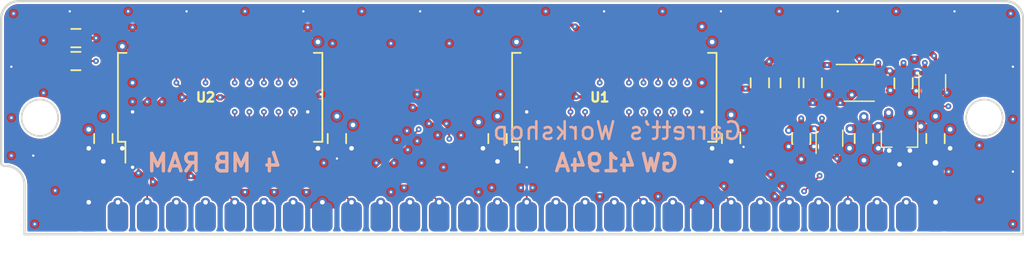
<source format=kicad_pcb>
(kicad_pcb (version 20171130) (host pcbnew "(5.1.10-1-10_14)")
  (layers (0 F.Cu signal) (1 In1.Cu power) (2 In2.Cu signal) (31 B.Cu power) (34 B.Paste user) (35 F.Paste user) (36 B.SilkS user) (37 F.SilkS user) (38 B.Mask user) (39 F.Mask user) (44 Edge.Cuts user))
  (net 0 "")
  (net 1 +5V)
  (net 2 /D0)
  (net 3 /D1)
  (net 4 /~WE~)
  (net 5 /~RAS~)
  (net 6 /~CAS~)
  (net 7 /D2)
  (net 8 /D3)
  (net 9 GND)
  (net 10 /D4)
  (net 11 /D5)
  (net 12 /D6)
  (net 13 /A11)
  (net 14 /D7)
  (net 15 /QP)
  (net 16 /~CASP~)
  (net 17 /DP)
  (net 18 /1A0)
  (net 19 /1A1)
  (net 20 /1A2)
  (net 21 /1A3)
  (net 22 /1A4)
  (net 23 /1A5)
  (net 24 /1A6)
  (net 25 /1A7)
  (net 26 /1A8)
  (net 27 /1A10)
  (net 28 /1A9)
  (net 29 /~RWE~)
  (net 30 /~OE~)
  (net 31 /~WEE~)
  (net 32 "Net-(U4-Pad5)")
  (net 33 +3V3)
  (net 34 "Net-(R3-Pad2)")
  (net 35 "Net-(R4-Pad2)")
  (net 36 "Net-(C9-Pad1)")
  (module stdpads:R_0805 (layer F.Cu) (at 142.2 88.4 90)
    (fp_text reference R4)
    (fp_text value 33)
    (pad 2 smd roundrect (at 0.95 0 90) (size 0.85 1.4) (layers F.Cu F.Paste F.Mask) (net 35 "Net-(R4-Pad2)"))
    (pad 1 smd roundrect (at -0.95 0 90) (size 0.85 1.4) (layers F.Cu F.Paste F.Mask) (net 29 /~RWE~))
  )
  (module stdpads:C_0805 (layer F.Cu) (at 145.8 93.25 270)
    (fp_text reference C6)
    (fp_text value 100n)
    (pad 2 smd roundrect (at 0.85 0 270) (size 1.05 1.4) (layers F.Cu F.Paste F.Mask) (net 9 GND))
    (pad 1 smd roundrect (at -0.85 0 270) (size 1.05 1.4) (layers F.Cu F.Paste F.Mask) (net 33 +3V3))
  )
  (module stdpads:C_0805 (layer F.Cu) (at 151.25 93.25 270)
    (fp_text reference C7 hide)
    (fp_text value 100n hide)
    (pad 1 smd roundrect (at -0.85 0 270) (size 1.05 1.4) (layers F.Cu F.Paste F.Mask) (net 33 +3V3))
    (pad 2 smd roundrect (at 0.85 0 270) (size 1.05 1.4) (layers F.Cu F.Paste F.Mask) (net 9 GND))
  )
  (module stdpads:SOP-24-26-300mil (layer F.Cu) (at 129.54 89.662 90)
    (fp_text reference U1)
    (fp_text value AS4C4M4)
    (fp_text user %R (at 0 -1.27) (layer F.SilkS) (effects (font (size 0.8128 0.8128) (thickness 0.2032))))
    (pad 1 smd roundrect (at -4.45 -7.62 90) (size 2.5 0.6) (layers F.Cu F.Paste F.Mask) (net 1 +5V))
    (pad 2 smd roundrect (at -4.45 -6.35 90) (size 2.5 0.6) (layers F.Cu F.Paste F.Mask) (net 11 /D5))
    (pad 3 smd roundrect (at -4.45 -5.08 90) (size 2.5 0.6) (layers F.Cu F.Paste F.Mask) (net 14 /D7))
    (pad 4 smd roundrect (at -4.45 -3.81 90) (size 2.5 0.6) (layers F.Cu F.Paste F.Mask) (net 29 /~RWE~))
    (pad 5 smd roundrect (at -4.45 -2.54 90) (size 2.5 0.6) (layers F.Cu F.Paste F.Mask) (net 5 /~RAS~))
    (pad 6 smd roundrect (at -4.45 -1.27 90) (size 2.5 0.6) (layers F.Cu F.Paste F.Mask))
    (pad 8 smd roundrect (at -4.45 1.27 90) (size 2.5 0.6) (layers F.Cu F.Paste F.Mask) (net 27 /1A10))
    (pad 9 smd roundrect (at -4.45 2.54 90) (size 2.5 0.6) (layers F.Cu F.Paste F.Mask) (net 18 /1A0))
    (pad 10 smd roundrect (at -4.45 3.81 90) (size 2.5 0.6) (layers F.Cu F.Paste F.Mask) (net 19 /1A1))
    (pad 11 smd roundrect (at -4.45 5.08 90) (size 2.5 0.6) (layers F.Cu F.Paste F.Mask) (net 20 /1A2))
    (pad 12 smd roundrect (at -4.45 6.35 90) (size 2.5 0.6) (layers F.Cu F.Paste F.Mask) (net 21 /1A3))
    (pad 13 smd roundrect (at -4.45 7.62 90) (size 2.5 0.6) (layers F.Cu F.Paste F.Mask) (net 1 +5V))
    (pad 14 smd roundrect (at 4.45 7.62 90) (size 2.5 0.6) (layers F.Cu F.Paste F.Mask) (net 9 GND))
    (pad 15 smd roundrect (at 4.45 6.35 90) (size 2.5 0.6) (layers F.Cu F.Paste F.Mask) (net 22 /1A4))
    (pad 16 smd roundrect (at 4.45 5.08 90) (size 2.5 0.6) (layers F.Cu F.Paste F.Mask) (net 23 /1A5))
    (pad 17 smd roundrect (at 4.45 3.81 90) (size 2.5 0.6) (layers F.Cu F.Paste F.Mask) (net 24 /1A6))
    (pad 18 smd roundrect (at 4.45 2.54 90) (size 2.5 0.6) (layers F.Cu F.Paste F.Mask) (net 25 /1A7))
    (pad 19 smd roundrect (at 4.45 1.27 90) (size 2.5 0.6) (layers F.Cu F.Paste F.Mask) (net 26 /1A8))
    (pad 21 smd roundrect (at 4.45 -1.27 90) (size 2.5 0.6) (layers F.Cu F.Paste F.Mask) (net 28 /1A9))
    (pad 22 smd roundrect (at 4.45 -2.54 90) (size 2.5 0.6) (layers F.Cu F.Paste F.Mask) (net 30 /~OE~))
    (pad 23 smd roundrect (at 4.45 -3.81 90) (size 2.5 0.6) (layers F.Cu F.Paste F.Mask) (net 6 /~CAS~))
    (pad 24 smd roundrect (at 4.45 -5.08 90) (size 2.5 0.6) (layers F.Cu F.Paste F.Mask) (net 12 /D6))
    (pad 25 smd roundrect (at 4.45 -6.35 90) (size 2.5 0.6) (layers F.Cu F.Paste F.Mask) (net 10 /D4))
    (pad 26 smd roundrect (at 4.45 -7.62 90) (size 2.5 0.6) (layers F.Cu F.Paste F.Mask) (net 9 GND))
  )
  (module stdpads:SOP-24-26-300mil (layer F.Cu) (at 95.25 89.662 90)
    (fp_text reference U2)
    (fp_text value AS4C4M4)
    (fp_text user %R (at 0 -1.27) (layer F.SilkS) (effects (font (size 0.8128 0.8128) (thickness 0.2032))))
    (pad 1 smd roundrect (at -4.45 -7.62 90) (size 2.5 0.6) (layers F.Cu F.Paste F.Mask) (net 1 +5V))
    (pad 2 smd roundrect (at -4.45 -6.35 90) (size 2.5 0.6) (layers F.Cu F.Paste F.Mask) (net 3 /D1))
    (pad 3 smd roundrect (at -4.45 -5.08 90) (size 2.5 0.6) (layers F.Cu F.Paste F.Mask) (net 8 /D3))
    (pad 4 smd roundrect (at -4.45 -3.81 90) (size 2.5 0.6) (layers F.Cu F.Paste F.Mask) (net 29 /~RWE~))
    (pad 5 smd roundrect (at -4.45 -2.54 90) (size 2.5 0.6) (layers F.Cu F.Paste F.Mask) (net 5 /~RAS~))
    (pad 6 smd roundrect (at -4.45 -1.27 90) (size 2.5 0.6) (layers F.Cu F.Paste F.Mask))
    (pad 8 smd roundrect (at -4.45 1.27 90) (size 2.5 0.6) (layers F.Cu F.Paste F.Mask) (net 21 /1A3))
    (pad 9 smd roundrect (at -4.45 2.54 90) (size 2.5 0.6) (layers F.Cu F.Paste F.Mask) (net 20 /1A2))
    (pad 10 smd roundrect (at -4.45 3.81 90) (size 2.5 0.6) (layers F.Cu F.Paste F.Mask) (net 19 /1A1))
    (pad 11 smd roundrect (at -4.45 5.08 90) (size 2.5 0.6) (layers F.Cu F.Paste F.Mask) (net 18 /1A0))
    (pad 12 smd roundrect (at -4.45 6.35 90) (size 2.5 0.6) (layers F.Cu F.Paste F.Mask) (net 27 /1A10))
    (pad 13 smd roundrect (at -4.45 7.62 90) (size 2.5 0.6) (layers F.Cu F.Paste F.Mask) (net 1 +5V))
    (pad 14 smd roundrect (at 4.45 7.62 90) (size 2.5 0.6) (layers F.Cu F.Paste F.Mask) (net 9 GND))
    (pad 15 smd roundrect (at 4.45 6.35 90) (size 2.5 0.6) (layers F.Cu F.Paste F.Mask) (net 28 /1A9))
    (pad 16 smd roundrect (at 4.45 5.08 90) (size 2.5 0.6) (layers F.Cu F.Paste F.Mask) (net 26 /1A8))
    (pad 17 smd roundrect (at 4.45 3.81 90) (size 2.5 0.6) (layers F.Cu F.Paste F.Mask) (net 25 /1A7))
    (pad 18 smd roundrect (at 4.45 2.54 90) (size 2.5 0.6) (layers F.Cu F.Paste F.Mask) (net 24 /1A6))
    (pad 19 smd roundrect (at 4.45 1.27 90) (size 2.5 0.6) (layers F.Cu F.Paste F.Mask) (net 23 /1A5))
    (pad 21 smd roundrect (at 4.45 -1.27 90) (size 2.5 0.6) (layers F.Cu F.Paste F.Mask) (net 22 /1A4))
    (pad 22 smd roundrect (at 4.45 -2.54 90) (size 2.5 0.6) (layers F.Cu F.Paste F.Mask) (net 30 /~OE~))
    (pad 23 smd roundrect (at 4.45 -3.81 90) (size 2.5 0.6) (layers F.Cu F.Paste F.Mask) (net 6 /~CAS~))
    (pad 24 smd roundrect (at 4.45 -5.08 90) (size 2.5 0.6) (layers F.Cu F.Paste F.Mask) (net 7 /D2))
    (pad 25 smd roundrect (at 4.45 -6.35 90) (size 2.5 0.6) (layers F.Cu F.Paste F.Mask) (net 2 /D0))
    (pad 26 smd roundrect (at 4.45 -7.62 90) (size 2.5 0.6) (layers F.Cu F.Paste F.Mask) (net 9 GND))
  )
  (module stdpads:SIMM-30_Edge (layer F.Cu) (at 120.65 99.822)
    (fp_text reference J1)
    (fp_text value DRAM-SIMM-30)
    (pad 1 smd roundrect (at -36.83 0.254) (size 1.778 2.54) (layers B.Cu B.Mask) (net 1 +5V))
    (pad 1 smd roundrect (at -36.83 0.254) (size 1.778 2.54) (layers F.Cu F.Mask) (net 1 +5V))
    (pad 2 smd roundrect (at -34.29 0.254) (size 1.778 2.54) (layers B.Cu B.Mask) (net 6 /~CAS~))
    (pad 3 smd roundrect (at -31.75 0.254) (size 1.778 2.54) (layers B.Cu B.Mask) (net 2 /D0))
    (pad 4 smd roundrect (at -29.21 0.254) (size 1.778 2.54) (layers B.Cu B.Mask) (net 22 /1A4))
    (pad 5 smd roundrect (at -26.67 0.254) (size 1.778 2.54) (layers B.Cu B.Mask) (net 21 /1A3))
    (pad 6 smd roundrect (at -24.13 0.254) (size 1.778 2.54) (layers B.Cu B.Mask) (net 3 /D1))
    (pad 7 smd roundrect (at -21.59 0.254) (size 1.778 2.54) (layers B.Cu B.Mask) (net 23 /1A5))
    (pad 8 smd roundrect (at -19.05 0.254) (size 1.778 2.54) (layers B.Cu B.Mask) (net 20 /1A2))
    (pad 9 smd roundrect (at -16.51 0.254) (size 1.778 2.54) (layers B.Cu B.Mask) (net 9 GND))
    (pad 10 smd roundrect (at -13.97 0.254) (size 1.778 2.54) (layers B.Cu B.Mask) (net 7 /D2))
    (pad 11 smd roundrect (at -11.43 0.254) (size 1.778 2.54) (layers B.Cu B.Mask) (net 24 /1A6))
    (pad 12 smd roundrect (at -8.89 0.254) (size 1.778 2.54) (layers B.Cu B.Mask) (net 19 /1A1))
    (pad 13 smd roundrect (at -6.35 0.254) (size 1.778 2.54) (layers B.Cu B.Mask) (net 8 /D3))
    (pad 14 smd roundrect (at -3.81 0.254) (size 1.778 2.54) (layers B.Cu B.Mask) (net 25 /1A7))
    (pad 15 smd roundrect (at -1.27 0.254) (size 1.778 2.54) (layers B.Cu B.Mask) (net 18 /1A0))
    (pad 16 smd roundrect (at 1.27 0.254) (size 1.778 2.54) (layers B.Cu B.Mask) (net 10 /D4))
    (pad 17 smd roundrect (at 3.81 0.254) (size 1.778 2.54) (layers B.Cu B.Mask) (net 26 /1A8))
    (pad 18 smd roundrect (at 6.35 0.254) (size 1.778 2.54) (layers B.Cu B.Mask) (net 27 /1A10))
    (pad 19 smd roundrect (at 8.89 0.254) (size 1.778 2.54) (layers B.Cu B.Mask) (net 28 /1A9))
    (pad 20 smd roundrect (at 11.43 0.254) (size 1.778 2.54) (layers B.Cu B.Mask) (net 11 /D5))
    (pad 21 smd roundrect (at 13.97 0.254) (size 1.778 2.54) (layers B.Cu B.Mask) (net 4 /~WE~))
    (pad 22 smd roundrect (at 16.51 0.254) (size 1.778 2.54) (layers B.Cu B.Mask) (net 9 GND))
    (pad 23 smd roundrect (at 19.05 0.254) (size 1.778 2.54) (layers B.Cu B.Mask) (net 12 /D6))
    (pad 24 smd roundrect (at 21.59 0.254) (size 1.778 2.54) (layers B.Cu B.Mask) (net 13 /A11))
    (pad 25 smd roundrect (at 24.13 0.254) (size 1.778 2.54) (layers B.Cu B.Mask) (net 14 /D7))
    (pad 26 smd roundrect (at 26.67 0.254) (size 1.778 2.54) (layers B.Cu B.Mask) (net 15 /QP))
    (pad 27 smd roundrect (at 29.21 0.254) (size 1.778 2.54) (layers B.Cu B.Mask) (net 5 /~RAS~))
    (pad 28 smd roundrect (at 31.75 0.254) (size 1.778 2.54) (layers B.Cu B.Mask) (net 16 /~CASP~))
    (pad 29 smd roundrect (at 34.29 0.254) (size 1.778 2.54) (layers B.Cu B.Mask) (net 17 /DP))
    (pad 30 smd roundrect (at 36.83 0.254) (size 1.778 2.54) (layers B.Cu B.Mask) (net 1 +5V))
    (pad 2 smd roundrect (at -34.29 0.254) (size 1.778 2.54) (layers F.Cu F.Mask) (net 6 /~CAS~))
    (pad 3 thru_hole circle (at -31.75 -1.016) (size 0.8 0.8) (drill 0.4) (layers *.Cu *.Mask) (net 2 /D0))
    (pad 11 smd roundrect (at -11.43 0.254) (size 1.778 2.54) (layers F.Cu F.Mask) (net 24 /1A6))
    (pad 5 smd roundrect (at -26.67 0.254) (size 1.778 2.54) (layers F.Cu F.Mask) (net 21 /1A3))
    (pad 12 smd roundrect (at -8.89 0.254) (size 1.778 2.54) (layers F.Cu F.Mask) (net 19 /1A1))
    (pad 26 smd roundrect (at 26.67 0.254) (size 1.778 2.54) (layers F.Cu F.Mask) (net 15 /QP))
    (pad 13 smd roundrect (at -6.35 0.254) (size 1.778 2.54) (layers F.Cu F.Mask) (net 8 /D3))
    (pad 14 smd roundrect (at -3.81 0.254) (size 1.778 2.54) (layers F.Cu F.Mask) (net 25 /1A7))
    (pad 4 smd roundrect (at -29.21 0.254) (size 1.778 2.54) (layers F.Cu F.Mask) (net 22 /1A4))
    (pad 29 smd roundrect (at 34.29 0.254) (size 1.778 2.54) (layers F.Cu F.Mask) (net 17 /DP))
    (pad 3 smd roundrect (at -31.75 0.254) (size 1.778 2.54) (layers F.Cu F.Mask) (net 2 /D0))
    (pad 24 smd roundrect (at 21.59 0.254) (size 1.778 2.54) (layers F.Cu F.Mask) (net 13 /A11))
    (pad 16 smd roundrect (at 1.27 0.254) (size 1.778 2.54) (layers F.Cu F.Mask) (net 10 /D4))
    (pad 20 smd roundrect (at 11.43 0.254) (size 1.778 2.54) (layers F.Cu F.Mask) (net 11 /D5))
    (pad 23 smd roundrect (at 19.05 0.254) (size 1.778 2.54) (layers F.Cu F.Mask) (net 12 /D6))
    (pad 9 smd roundrect (at -16.51 0.254) (size 1.778 2.54) (layers F.Cu F.Mask) (net 9 GND))
    (pad 18 smd roundrect (at 6.35 0.254) (size 1.778 2.54) (layers F.Cu F.Mask) (net 27 /1A10))
    (pad 21 smd roundrect (at 13.97 0.254) (size 1.778 2.54) (layers F.Cu F.Mask) (net 4 /~WE~))
    (pad 19 smd roundrect (at 8.89 0.254) (size 1.778 2.54) (layers F.Cu F.Mask) (net 28 /1A9))
    (pad 10 smd roundrect (at -13.97 0.254) (size 1.778 2.54) (layers F.Cu F.Mask) (net 7 /D2))
    (pad 22 smd roundrect (at 16.51 0.254) (size 1.778 2.54) (layers F.Cu F.Mask) (net 9 GND))
    (pad 6 smd roundrect (at -24.13 0.254) (size 1.778 2.54) (layers F.Cu F.Mask) (net 3 /D1))
    (pad 17 smd roundrect (at 3.81 0.254) (size 1.778 2.54) (layers F.Cu F.Mask) (net 26 /1A8))
    (pad 7 smd roundrect (at -21.59 0.254) (size 1.778 2.54) (layers F.Cu F.Mask) (net 23 /1A5))
    (pad 8 smd roundrect (at -19.05 0.254) (size 1.778 2.54) (layers F.Cu F.Mask) (net 20 /1A2))
    (pad 27 smd roundrect (at 29.21 0.254) (size 1.778 2.54) (layers F.Cu F.Mask) (net 5 /~RAS~))
    (pad 28 smd roundrect (at 31.75 0.254) (size 1.778 2.54) (layers F.Cu F.Mask) (net 16 /~CASP~))
    (pad 30 smd roundrect (at 36.83 0.254) (size 1.778 2.54) (layers F.Cu F.Mask) (net 1 +5V))
    (pad 15 smd roundrect (at -1.27 0.254) (size 1.778 2.54) (layers F.Cu F.Mask) (net 18 /1A0))
    (pad 25 smd roundrect (at 24.13 0.254) (size 1.778 2.54) (layers F.Cu F.Mask) (net 14 /D7))
    (pad 2 thru_hole circle (at -34.29 -1.016) (size 0.8 0.8) (drill 0.4) (layers *.Cu *.Mask) (net 6 /~CAS~))
    (pad 1 thru_hole circle (at -36.83 -1.016) (size 0.8 0.8) (drill 0.4) (layers *.Cu *.Mask) (net 1 +5V))
    (pad 5 thru_hole circle (at -26.67 -1.016) (size 0.8 0.8) (drill 0.4) (layers *.Cu *.Mask) (net 21 /1A3))
    (pad 4 thru_hole circle (at -29.21 -1.016) (size 0.8 0.8) (drill 0.4) (layers *.Cu *.Mask) (net 22 /1A4))
    (pad 6 thru_hole circle (at -24.13 -1.016) (size 0.8 0.8) (drill 0.4) (layers *.Cu *.Mask) (net 3 /D1))
    (pad 7 thru_hole circle (at -21.59 -1.016) (size 0.8 0.8) (drill 0.4) (layers *.Cu *.Mask) (net 23 /1A5))
    (pad 9 thru_hole circle (at -16.51 -1.016) (size 0.8 0.8) (drill 0.4) (layers *.Cu *.Mask) (net 9 GND))
    (pad 8 thru_hole circle (at -19.05 -1.016) (size 0.8 0.8) (drill 0.4) (layers *.Cu *.Mask) (net 20 /1A2))
    (pad 11 thru_hole circle (at -11.43 -1.016) (size 0.8 0.8) (drill 0.4) (layers *.Cu *.Mask) (net 24 /1A6))
    (pad 10 thru_hole circle (at -13.97 -1.016) (size 0.8 0.8) (drill 0.4) (layers *.Cu *.Mask) (net 7 /D2))
    (pad 12 thru_hole circle (at -8.89 -1.016) (size 0.8 0.8) (drill 0.4) (layers *.Cu *.Mask) (net 19 /1A1))
    (pad 14 thru_hole circle (at -3.81 -1.016) (size 0.8 0.8) (drill 0.4) (layers *.Cu *.Mask) (net 25 /1A7))
    (pad 13 thru_hole circle (at -6.35 -1.016) (size 0.8 0.8) (drill 0.4) (layers *.Cu *.Mask) (net 8 /D3))
    (pad 15 thru_hole circle (at -1.27 -1.016) (size 0.8 0.8) (drill 0.4) (layers *.Cu *.Mask) (net 18 /1A0))
    (pad 17 thru_hole circle (at 3.81 -1.016) (size 0.8 0.8) (drill 0.4) (layers *.Cu *.Mask) (net 26 /1A8))
    (pad 16 thru_hole circle (at 1.27 -1.016) (size 0.8 0.8) (drill 0.4) (layers *.Cu *.Mask) (net 10 /D4))
    (pad 18 thru_hole circle (at 6.35 -1.016) (size 0.8 0.8) (drill 0.4) (layers *.Cu *.Mask) (net 27 /1A10))
    (pad 27 thru_hole circle (at 29.21 -1.016) (size 0.8 0.8) (drill 0.4) (layers *.Cu *.Mask) (net 5 /~RAS~))
    (pad 26 thru_hole circle (at 26.67 -1.016) (size 0.8 0.8) (drill 0.4) (layers *.Cu *.Mask) (net 15 /QP))
    (pad 28 thru_hole circle (at 31.75 -1.016) (size 0.8 0.8) (drill 0.4) (layers *.Cu *.Mask) (net 16 /~CASP~))
    (pad 21 thru_hole circle (at 13.97 -1.016) (size 0.8 0.8) (drill 0.4) (layers *.Cu *.Mask) (net 4 /~WE~))
    (pad 20 thru_hole circle (at 11.43 -1.016) (size 0.8 0.8) (drill 0.4) (layers *.Cu *.Mask) (net 11 /D5))
    (pad 22 thru_hole circle (at 16.51 -1.016) (size 0.8 0.8) (drill 0.4) (layers *.Cu *.Mask) (net 9 GND))
    (pad 24 thru_hole circle (at 21.59 -1.016) (size 0.8 0.8) (drill 0.4) (layers *.Cu *.Mask) (net 13 /A11))
    (pad 23 thru_hole circle (at 19.05 -1.016) (size 0.8 0.8) (drill 0.4) (layers *.Cu *.Mask) (net 12 /D6))
    (pad 25 thru_hole circle (at 24.13 -1.016) (size 0.8 0.8) (drill 0.4) (layers *.Cu *.Mask) (net 14 /D7))
    (pad 19 thru_hole circle (at 8.89 -1.016) (size 0.8 0.8) (drill 0.4) (layers *.Cu *.Mask) (net 28 /1A9))
    (pad 29 thru_hole circle (at 34.29 -1.016) (size 0.8 0.8) (drill 0.4) (layers *.Cu *.Mask) (net 17 /DP))
    (pad 30 thru_hole circle (at 36.83 -1.016) (size 0.8 0.8) (drill 0.4) (layers *.Cu *.Mask) (net 1 +5V))
  )
  (module stdpads:C_0805 (layer F.Cu) (at 85.09 93.257 90)
    (fp_text reference C1 hide)
    (fp_text value 100n hide)
    (pad 1 smd roundrect (at -0.85 0 90) (size 1.05 1.4) (layers F.Cu F.Paste F.Mask) (net 1 +5V))
    (pad 2 smd roundrect (at 0.85 0 90) (size 1.05 1.4) (layers F.Cu F.Paste F.Mask) (net 9 GND))
  )
  (module stdpads:C_0805 (layer F.Cu) (at 105.41 93.257 90)
    (fp_text reference C2 hide)
    (fp_text value 100n hide)
    (pad 2 smd roundrect (at 0.85 0 90) (size 1.05 1.4) (layers F.Cu F.Paste F.Mask) (net 9 GND))
    (pad 1 smd roundrect (at -0.85 0 90) (size 1.05 1.4) (layers F.Cu F.Paste F.Mask) (net 1 +5V))
  )
  (module stdpads:C_0805 (layer F.Cu) (at 119.38 93.257 90)
    (fp_text reference C3 hide)
    (fp_text value 100n hide)
    (pad 1 smd roundrect (at -0.85 0 90) (size 1.05 1.4) (layers F.Cu F.Paste F.Mask) (net 1 +5V))
    (pad 2 smd roundrect (at 0.85 0 90) (size 1.05 1.4) (layers F.Cu F.Paste F.Mask) (net 9 GND))
  )
  (module stdpads:C_0805 (layer F.Cu) (at 157.48 93.257 90)
    (fp_text reference C5 hide)
    (fp_text value 100n hide)
    (pad 1 smd roundrect (at -0.85 0 90) (size 1.05 1.4) (layers F.Cu F.Paste F.Mask) (net 1 +5V))
    (pad 2 smd roundrect (at 0.85 0 90) (size 1.05 1.4) (layers F.Cu F.Paste F.Mask) (net 9 GND))
  )
  (module stdpads:C_0805 (layer F.Cu) (at 139.7 93.257 90)
    (fp_text reference C4 hide)
    (fp_text value 100n hide)
    (pad 1 smd roundrect (at -0.85 0 90) (size 1.05 1.4) (layers F.Cu F.Paste F.Mask) (net 1 +5V))
    (pad 2 smd roundrect (at 0.85 0 90) (size 1.05 1.4) (layers F.Cu F.Paste F.Mask) (net 9 GND))
  )
  (module stdpads:R_0805 (layer F.Cu) (at 82.7 86.5 180)
    (fp_text reference R1)
    (fp_text value EDO)
    (pad 2 smd roundrect (at 0.95 0 180) (size 0.85 1.4) (layers F.Cu F.Paste F.Mask) (net 30 /~OE~))
    (pad 1 smd roundrect (at -0.95 0 180) (size 0.85 1.4) (layers F.Cu F.Paste F.Mask) (net 6 /~CAS~))
  )
  (module stdpads:R_0805 (layer F.Cu) (at 82.7 84.5)
    (fp_text reference R2)
    (fp_text value FPM)
    (pad 1 smd roundrect (at -0.95 0) (size 0.85 1.4) (layers F.Cu F.Paste F.Mask) (net 30 /~OE~))
    (pad 2 smd roundrect (at 0.95 0) (size 0.85 1.4) (layers F.Cu F.Paste F.Mask) (net 9 GND))
  )
  (module stdpads:SOT-23 (layer F.Cu) (at 154.35 93.25 90)
    (fp_text reference U6)
    (fp_text value XC6206PxxxMR)
    (pad 3 smd roundrect (at -1.05 0 270) (size 1.35 0.8) (layers F.Cu F.Paste F.Mask) (net 1 +5V))
    (pad 2 smd roundrect (at 1.05 -0.95 270) (size 1.35 0.8) (layers F.Cu F.Paste F.Mask) (net 33 +3V3))
    (pad 1 smd roundrect (at 1.05 0.95 270) (size 1.35 0.8) (layers F.Cu F.Paste F.Mask) (net 9 GND))
  )
  (module stdpads:C_0805 (layer F.Cu) (at 154.7 88.4 270)
    (fp_text reference C8)
    (fp_text value 100n)
    (pad 1 smd roundrect (at -0.85 0 270) (size 1.05 1.4) (layers F.Cu F.Paste F.Mask) (net 33 +3V3))
    (pad 2 smd roundrect (at 0.85 0 270) (size 1.05 1.4) (layers F.Cu F.Paste F.Mask) (net 9 GND))
  )
  (module stdpads:C_0805 (layer F.Cu) (at 146.8 88.4 270)
    (fp_text reference C9)
    (fp_text value 18p)
    (pad 2 smd roundrect (at 0.85 0 270) (size 1.05 1.4) (layers F.Cu F.Paste F.Mask) (net 9 GND))
    (pad 1 smd roundrect (at -0.85 0 270) (size 1.05 1.4) (layers F.Cu F.Paste F.Mask) (net 36 "Net-(C9-Pad1)"))
  )
  (module stdpads:SOT-353 (layer F.Cu) (at 148.25 93.25 270)
    (fp_text reference U3)
    (fp_text value 74LVC1G04)
    (pad 5 smd roundrect (at -0.85 0.65 90) (size 1 0.4) (layers F.Cu F.Paste F.Mask) (net 33 +3V3))
    (pad 4 smd roundrect (at -0.85 -0.65 90) (size 1 0.4) (layers F.Cu F.Paste F.Mask) (net 34 "Net-(R3-Pad2)"))
    (pad 2 smd roundrect (at 0.85 0 90) (size 1 0.4) (layers F.Cu F.Paste F.Mask) (net 5 /~RAS~))
    (pad 1 smd roundrect (at 0.85 0.65 90) (size 1 0.4) (layers F.Cu F.Paste F.Mask))
    (pad 3 smd roundrect (at 0.85 -0.65 90) (size 1 0.4) (layers F.Cu F.Paste F.Mask) (net 9 GND))
  )
  (module stdpads:NXP_TSSOP-8_3x3mm_P0.65mm (layer F.Cu) (at 150.85 88.4)
    (fp_text reference U4)
    (fp_text value 74LVC1G74DC)
    (pad 1 smd roundrect (at -1.65 -1.05) (size 1.15 0.6) (layers F.Cu F.Paste F.Mask) (net 36 "Net-(C9-Pad1)"))
    (pad 2 smd roundrect (at -1.65 -0.325) (size 1.15 0.4) (layers F.Cu F.Paste F.Mask) (net 6 /~CAS~))
    (pad 3 smd roundrect (at -1.65 0.325) (size 1.15 0.4) (layers F.Cu F.Paste F.Mask) (net 31 /~WEE~))
    (pad 4 smd roundrect (at -1.65 1.05) (size 1.15 0.6) (layers F.Cu F.Paste F.Mask) (net 9 GND))
    (pad 5 smd roundrect (at 1.65 1.05) (size 1.15 0.6) (layers F.Cu F.Paste F.Mask) (net 32 "Net-(U4-Pad5)"))
    (pad 6 smd roundrect (at 1.65 0.325) (size 1.15 0.45) (layers F.Cu F.Paste F.Mask) (net 34 "Net-(R3-Pad2)"))
    (pad 7 smd roundrect (at 1.65 -0.325) (size 1.15 0.45) (layers F.Cu F.Paste F.Mask) (net 33 +3V3))
    (pad 8 smd roundrect (at 1.65 -1.05) (size 1.15 0.6) (layers F.Cu F.Paste F.Mask) (net 33 +3V3))
  )
  (module stdpads:SOT-353 (layer F.Cu) (at 157.2 88.4 270)
    (fp_text reference U5)
    (fp_text value 74LVC1G32)
    (pad 3 smd roundrect (at 0.85 -0.65 90) (size 1 0.4) (layers F.Cu F.Paste F.Mask) (net 9 GND))
    (pad 1 smd roundrect (at 0.85 0.65 90) (size 1 0.4) (layers F.Cu F.Paste F.Mask) (net 4 /~WE~))
    (pad 2 smd roundrect (at 0.85 0 90) (size 1 0.4) (layers F.Cu F.Paste F.Mask) (net 31 /~WEE~))
    (pad 4 smd roundrect (at -0.85 -0.65 90) (size 1 0.4) (layers F.Cu F.Paste F.Mask) (net 35 "Net-(R4-Pad2)"))
    (pad 5 smd roundrect (at -0.85 0.65 90) (size 1 0.4) (layers F.Cu F.Paste F.Mask) (net 33 +3V3))
  )
  (module stdpads:R_0805 (layer F.Cu) (at 144.8 88.4 270)
    (fp_text reference R3)
    (fp_text value 180)
    (pad 1 smd roundrect (at -0.95 0 270) (size 0.85 1.4) (layers F.Cu F.Paste F.Mask) (net 36 "Net-(C9-Pad1)"))
    (pad 2 smd roundrect (at 0.95 0 270) (size 0.85 1.4) (layers F.Cu F.Paste F.Mask) (net 34 "Net-(R3-Pad2)"))
  )
  (gr_text "Garrett’s Workshop" (at 129.794 92.583) (layer B.SilkS) (effects (font (size 1.524 1.524) (thickness 0.225)) (justify mirror)))
  (gr_arc (start 76.454 95.377) (end 76.2 95.377) (angle -90) (layer Edge.Cuts) (width 0.2))
  (gr_arc (start 77.724 82.804) (end 77.724 81.28) (angle -90) (layer Edge.Cuts) (width 0.2))
  (gr_arc (start 163.576 82.804) (end 165.1 82.804) (angle -90) (layer Edge.Cuts) (width 0.2))
  (gr_text 4194A (at 127.889 95.377) (layer B.SilkS) (effects (font (size 1.5 1.5) (thickness 0.3)) (justify mirror)))
  (gr_text GW (at 133.477 95.377) (layer B.SilkS) (effects (font (size 1.5 1.5) (thickness 0.3)) (justify mirror)))
  (gr_text "4 MB RAM" (at 94.742 95.377) (layer B.SilkS) (effects (font (size 1.524 1.524) (thickness 0.3)) (justify mirror)))
  (gr_line (start 76.581 95.631) (end 76.454 95.631) (layer Edge.Cuts) (width 0.2))
  (gr_line (start 78.232 101.6) (end 78.232 97.282) (layer Edge.Cuts) (width 0.2))
  (gr_circle (center 79.5655 91.44) (end 77.978 91.44) (layer Edge.Cuts) (width 0.15))
  (gr_circle (center 161.7345 91.44) (end 163.322 91.44) (layer Edge.Cuts) (width 0.15))
  (gr_line (start 76.2 95.377) (end 76.2 82.804) (layer Edge.Cuts) (width 0.2))
  (gr_arc (start 76.581 97.282) (end 78.232 97.282) (angle -90) (layer Edge.Cuts) (width 0.2))
  (gr_line (start 165.1 82.804) (end 165.1 101.6) (layer Edge.Cuts) (width 0.2))
  (gr_line (start 77.724 81.28) (end 163.576 81.28) (layer Edge.Cuts) (width 0.2))
  (gr_line (start 165.1 101.6) (end 78.232 101.6) (layer Edge.Cuts) (width 0.2))
  (via (at 86.741 94.107) (size 0.8) (drill 0.4) (layers F.Cu B.Cu) (net 1))
  (segment (start 87.625 94.107) (end 87.63 94.112) (width 0.508) (layer F.Cu) (net 1))
  (segment (start 86.741 94.107) (end 87.625 94.107) (width 0.508) (layer F.Cu) (net 1))
  (via (at 121.031 94.107) (size 0.8) (drill 0.4) (layers F.Cu B.Cu) (net 1))
  (via (at 138.049 94.107) (size 0.8) (drill 0.4) (layers F.Cu B.Cu) (net 1))
  (segment (start 102.875 94.107) (end 102.87 94.112) (width 0.508) (layer F.Cu) (net 1))
  (segment (start 121.915 94.107) (end 121.92 94.112) (width 0.508) (layer F.Cu) (net 1))
  (segment (start 121.031 94.107) (end 121.915 94.107) (width 0.508) (layer F.Cu) (net 1))
  (segment (start 137.165 94.107) (end 137.16 94.112) (width 0.508) (layer F.Cu) (net 1))
  (segment (start 138.049 94.107) (end 137.165 94.107) (width 0.508) (layer F.Cu) (net 1))
  (segment (start 85.09 94.107) (end 86.741 94.107) (width 0.762) (layer F.Cu) (net 1))
  (via (at 83.82 94.107) (size 0.8) (drill 0.4) (layers F.Cu B.Cu) (net 1))
  (segment (start 85.09 94.107) (end 83.82 94.107) (width 0.762) (layer F.Cu) (net 1))
  (via (at 85.09 95.25) (size 0.8) (drill 0.4) (layers F.Cu B.Cu) (net 1))
  (segment (start 85.09 94.107) (end 85.09 95.25) (width 0.762) (layer F.Cu) (net 1))
  (segment (start 103.759 94.107) (end 102.875 94.107) (width 0.508) (layer F.Cu) (net 1))
  (via (at 103.759 94.107) (size 0.8) (drill 0.4) (layers F.Cu B.Cu) (net 1))
  (via (at 106.68 94.107) (size 0.8) (drill 0.4) (layers F.Cu B.Cu) (net 1))
  (segment (start 105.41 94.107) (end 106.68 94.107) (width 0.762) (layer F.Cu) (net 1))
  (segment (start 105.41 94.107) (end 103.759 94.107) (width 0.762) (layer F.Cu) (net 1))
  (via (at 118.11 94.107) (size 0.8) (drill 0.4) (layers F.Cu B.Cu) (net 1))
  (segment (start 119.38 94.107) (end 118.11 94.107) (width 0.762) (layer F.Cu) (net 1))
  (segment (start 119.38 94.107) (end 121.031 94.107) (width 0.762) (layer F.Cu) (net 1))
  (via (at 119.38 95.25) (size 0.8) (drill 0.4) (layers F.Cu B.Cu) (net 1))
  (segment (start 119.38 94.107) (end 119.38 95.25) (width 0.762) (layer F.Cu) (net 1))
  (via (at 105.41 94.996) (size 0.508) (drill 0.2) (layers F.Cu B.Cu) (net 1))
  (segment (start 105.41 94.107) (end 105.41 94.996) (width 0.508) (layer F.Cu) (net 1))
  (segment (start 139.7 94.107) (end 138.049 94.107) (width 0.762) (layer F.Cu) (net 1))
  (via (at 139.7 95.25) (size 0.8) (drill 0.4) (layers F.Cu B.Cu) (net 1))
  (segment (start 139.7 94.107) (end 139.7 95.25) (width 0.762) (layer F.Cu) (net 1))
  (segment (start 157.48 98.806) (end 157.48 95.377) (width 1.27) (layer F.Cu) (net 1))
  (segment (start 157.48 95.377) (end 157.48 94.107) (width 0.762) (layer F.Cu) (net 1))
  (via (at 158.75 94.107) (size 0.8) (drill 0.4) (layers F.Cu B.Cu) (net 1))
  (segment (start 157.48 94.107) (end 158.75 94.107) (width 0.8) (layer F.Cu) (net 1))
  (via (at 157.48 95.377) (size 1) (drill 0.5) (layers F.Cu B.Cu) (net 1))
  (via (at 140.7795 93.98) (size 0.508) (drill 0.2) (layers F.Cu B.Cu) (net 1))
  (segment (start 140.6525 94.107) (end 140.7795 93.98) (width 0.508) (layer F.Cu) (net 1))
  (segment (start 139.7 94.107) (end 140.6525 94.107) (width 0.508) (layer F.Cu) (net 1))
  (via (at 153.45 94.3) (size 0.8) (drill 0.4) (layers F.Cu B.Cu) (net 1))
  (segment (start 154.35 94.3) (end 153.45 94.3) (width 0.8) (layer F.Cu) (net 1))
  (segment (start 154.35 94.3) (end 155.25 94.3) (width 0.8) (layer F.Cu) (net 1))
  (via (at 155.25 94.3) (size 0.8) (drill 0.4) (layers F.Cu B.Cu) (net 1))
  (via (at 154.35 95.5) (size 0.8) (drill 0.4) (layers F.Cu B.Cu) (net 1))
  (segment (start 154.35 94.3) (end 154.35 95.5) (width 0.8) (layer F.Cu) (net 1))
  (via (at 121.92 90.932) (size 0.6) (drill 0.3) (layers F.Cu B.Cu) (net 1))
  (segment (start 121.92 94.112) (end 121.92 90.932) (width 0.6) (layer F.Cu) (net 1))
  (via (at 137.16 90.932) (size 0.6) (drill 0.3) (layers F.Cu B.Cu) (net 1))
  (segment (start 137.16 94.112) (end 137.16 90.932) (width 0.6) (layer F.Cu) (net 1))
  (via (at 121.92 95.758) (size 0.508) (drill 0.2) (layers F.Cu B.Cu) (net 1))
  (segment (start 121.92 94.112) (end 121.92 95.758) (width 0.508) (layer F.Cu) (net 1))
  (via (at 102.87 90.932) (size 0.6) (drill 0.3) (layers F.Cu B.Cu) (net 1))
  (segment (start 102.87 94.112) (end 102.87 90.932) (width 0.6) (layer F.Cu) (net 1))
  (via (at 87.63 90.932) (size 0.6) (drill 0.3) (layers F.Cu B.Cu) (net 1))
  (segment (start 87.63 94.112) (end 87.63 90.932) (width 0.6) (layer F.Cu) (net 1))
  (via (at 87.63 95.758) (size 0.6) (drill 0.3) (layers F.Cu B.Cu) (net 1))
  (segment (start 87.63 94.112) (end 87.63 95.758) (width 0.6) (layer F.Cu) (net 1))
  (via (at 159.131 82.169) (size 0.508) (drill 0.2) (layers F.Cu B.Cu) (net 1))
  (via (at 148.971 82.169) (size 0.508) (drill 0.2) (layers F.Cu B.Cu) (net 1))
  (via (at 92.329 82.169) (size 0.508) (drill 0.2) (layers F.Cu B.Cu) (net 1))
  (via (at 102.489 82.169) (size 0.508) (drill 0.2) (layers F.Cu B.Cu) (net 1))
  (via (at 138.811 82.169) (size 0.508) (drill 0.2) (layers F.Cu B.Cu) (net 1))
  (via (at 128.651 82.169) (size 0.508) (drill 0.2) (layers F.Cu B.Cu) (net 1))
  (via (at 112.649 82.169) (size 0.508) (drill 0.2) (layers F.Cu B.Cu) (net 1))
  (via (at 82.169 82.169) (size 0.508) (drill 0.2) (layers F.Cu B.Cu) (net 1))
  (via (at 77.089 86.995) (size 0.508) (drill 0.2) (layers F.Cu B.Cu) (net 1))
  (via (at 164.211 86.995) (size 0.508) (drill 0.2) (layers F.Cu B.Cu) (net 1))
  (via (at 164.211 96.139) (size 0.508) (drill 0.2) (layers F.Cu B.Cu) (net 1))
  (via (at 78.994 94.742) (size 0.508) (drill 0.2) (layers F.Cu B.Cu) (net 1))
  (segment (start 155.443 94.107) (end 155.25 94.3) (width 0.8) (layer F.Cu) (net 1))
  (segment (start 157.48 94.107) (end 155.443 94.107) (width 0.8) (layer F.Cu) (net 1))
  (segment (start 88.9 89.281) (end 88.9 85.962) (width 0.1524) (layer F.Cu) (net 2))
  (segment (start 88.265 89.916) (end 88.9 89.281) (width 0.1524) (layer F.Cu) (net 2))
  (segment (start 88.9 98.806) (end 88.9 96.266) (width 0.1524) (layer F.Cu) (net 2))
  (segment (start 88.265 95.631) (end 88.265 89.916) (width 0.1524) (layer F.Cu) (net 2))
  (segment (start 88.9 96.266) (end 88.265 95.631) (width 0.1524) (layer F.Cu) (net 2))
  (segment (start 88.9 95.758) (end 88.9 94.112) (width 0.1524) (layer F.Cu) (net 3))
  (segment (start 95.504 97.79) (end 90.932 97.79) (width 0.1524) (layer F.Cu) (net 3))
  (segment (start 96.52 98.806) (end 95.504 97.79) (width 0.1524) (layer F.Cu) (net 3))
  (segment (start 90.932 97.79) (end 88.9 95.758) (width 0.1524) (layer F.Cu) (net 3))
  (via (at 146.05 97.8535) (size 0.508) (drill 0.2) (layers F.Cu B.Cu) (net 4))
  (segment (start 156.55 89.25) (end 156.55 90.2) (width 0.1524) (layer F.Cu) (net 4))
  (via (at 158.6 90.45) (size 0.508) (drill 0.2) (layers F.Cu B.Cu) (net 4))
  (segment (start 156.8 90.45) (end 158.6 90.45) (width 0.1524) (layer F.Cu) (net 4))
  (segment (start 156.55 90.2) (end 156.8 90.45) (width 0.1524) (layer F.Cu) (net 4))
  (segment (start 146.7485 97.155) (end 146.05 97.8535) (width 0.1524) (layer F.Cu) (net 4))
  (segment (start 146.7485 97.1515) (end 146.7485 97.155) (width 0.1524) (layer F.Cu) (net 4))
  (segment (start 147.4 96.5) (end 146.7485 97.1515) (width 0.1524) (layer F.Cu) (net 4))
  (via (at 147.4 96.5) (size 0.508) (drill 0.2) (layers F.Cu B.Cu) (net 4))
  (via (at 127 90.932) (size 0.508) (drill 0.2) (layers F.Cu B.Cu) (net 5))
  (segment (start 127 94.112) (end 127 90.932) (width 0.1524) (layer F.Cu) (net 5))
  (via (at 112.522 92.456) (size 0.508) (drill 0.2) (layers F.Cu B.Cu) (net 5))
  (segment (start 92.71 95.758) (end 92.71 93.362) (width 0.1524) (layer F.Cu) (net 5))
  (segment (start 93.345 96.393) (end 92.71 95.758) (width 0.1524) (layer F.Cu) (net 5))
  (segment (start 108.585 96.393) (end 93.345 96.393) (width 0.1524) (layer F.Cu) (net 5))
  (segment (start 112.522 92.456) (end 108.585 96.393) (width 0.1524) (layer F.Cu) (net 5))
  (segment (start 149.85 100.066) (end 149.86 100.076) (width 0.1524) (layer F.Cu) (net 5))
  (segment (start 148.25 94.1) (end 148.25 95.05) (width 0.1524) (layer F.Cu) (net 5))
  (segment (start 149.86 96.66) (end 149.86 98.806) (width 0.1524) (layer F.Cu) (net 5))
  (segment (start 148.25 95.05) (end 149.86 96.66) (width 0.1524) (layer F.Cu) (net 5))
  (segment (start 91.44 88.392) (end 91.44 85.212) (width 0.1524) (layer F.Cu) (net 6))
  (via (at 91.44 88.392) (size 0.508) (drill 0.2) (layers F.Cu B.Cu) (net 6))
  (via (at 84.45 86.5) (size 0.508) (drill 0.2) (layers F.Cu B.Cu) (net 6))
  (segment (start 84.45 86.5) (end 83.65 86.5) (width 0.1524) (layer F.Cu) (net 6))
  (segment (start 92.329 89.281) (end 91.44 88.392) (width 0.1524) (layer F.Cu) (net 6))
  (segment (start 94.869 89.281) (end 92.329 89.281) (width 0.1524) (layer F.Cu) (net 6))
  (segment (start 95.504 89.154) (end 94.996 89.154) (width 0.1524) (layer F.Cu) (net 6))
  (segment (start 94.996 89.154) (end 94.869 89.281) (width 0.1524) (layer F.Cu) (net 6))
  (segment (start 95.631 89.281) (end 95.504 89.154) (width 0.1524) (layer F.Cu) (net 6))
  (segment (start 103.759 88.8365) (end 103.3145 89.281) (width 0.1524) (layer F.Cu) (net 6))
  (segment (start 125.222 83.312) (end 120.015 83.312) (width 0.1524) (layer F.Cu) (net 6))
  (segment (start 125.73 85.212) (end 125.73 83.82) (width 0.1524) (layer F.Cu) (net 6))
  (segment (start 125.73 83.82) (end 125.222 83.312) (width 0.1524) (layer F.Cu) (net 6))
  (segment (start 103.3145 89.281) (end 95.631 89.281) (width 0.1524) (layer F.Cu) (net 6))
  (segment (start 114.4905 88.8365) (end 103.759 88.8365) (width 0.1524) (layer F.Cu) (net 6))
  (segment (start 120.015 83.312) (end 114.4905 88.8365) (width 0.1524) (layer F.Cu) (net 6))
  (segment (start 125.73 88.392) (end 125.73 85.212) (width 0.1524) (layer F.Cu) (net 6))
  (segment (start 137.85 89.25) (end 126.588 89.25) (width 0.1524) (layer F.Cu) (net 6))
  (segment (start 126.588 89.25) (end 125.73 88.392) (width 0.1524) (layer F.Cu) (net 6))
  (segment (start 150.2 86.35) (end 144 86.35) (width 0.1524) (layer F.Cu) (net 6))
  (segment (start 143.5 88.05) (end 143.15 88.4) (width 0.1524) (layer F.Cu) (net 6))
  (segment (start 149.2 88.075) (end 150.225 88.075) (width 0.1524) (layer F.Cu) (net 6))
  (segment (start 143.5 86.85) (end 143.5 88.05) (width 0.1524) (layer F.Cu) (net 6))
  (segment (start 138.7 88.4) (end 137.85 89.25) (width 0.1524) (layer F.Cu) (net 6))
  (segment (start 144 86.35) (end 143.5 86.85) (width 0.1524) (layer F.Cu) (net 6))
  (segment (start 143.15 88.4) (end 138.7 88.4) (width 0.1524) (layer F.Cu) (net 6))
  (segment (start 150.5 86.65) (end 150.2 86.35) (width 0.1524) (layer F.Cu) (net 6))
  (segment (start 150.5 87.8) (end 150.5 86.65) (width 0.1524) (layer F.Cu) (net 6))
  (segment (start 150.225 88.075) (end 150.5 87.8) (width 0.1524) (layer F.Cu) (net 6))
  (segment (start 105.283 97.409) (end 106.68 98.806) (width 0.1524) (layer F.Cu) (net 7))
  (segment (start 89.535 89.916) (end 89.535 95.758) (width 0.1524) (layer F.Cu) (net 7))
  (segment (start 91.186 97.409) (end 105.283 97.409) (width 0.1524) (layer F.Cu) (net 7))
  (segment (start 89.535 95.758) (end 91.186 97.409) (width 0.1524) (layer F.Cu) (net 7))
  (segment (start 90.17 89.281) (end 89.535 89.916) (width 0.1524) (layer F.Cu) (net 7))
  (segment (start 90.17 85.212) (end 90.17 89.281) (width 0.1524) (layer F.Cu) (net 7))
  (segment (start 112.522 97.028) (end 114.3 98.806) (width 0.1524) (layer F.Cu) (net 8))
  (segment (start 91.44 97.028) (end 112.522 97.028) (width 0.1524) (layer F.Cu) (net 8))
  (segment (start 90.17 94.112) (end 90.17 95.758) (width 0.1524) (layer F.Cu) (net 8))
  (segment (start 90.17 95.758) (end 91.44 97.028) (width 0.1524) (layer F.Cu) (net 8))
  (via (at 164.211 91.567) (size 0.508) (drill 0.2) (layers F.Cu B.Cu) (net 9))
  (via (at 77.089 91.44) (size 0.508) (drill 0.2) (layers F.Cu B.Cu) (net 9))
  (via (at 121.031 84.836) (size 0.8) (drill 0.4) (layers F.Cu B.Cu) (net 9))
  (via (at 103.759 84.836) (size 0.8) (drill 0.4) (layers F.Cu B.Cu) (net 9))
  (via (at 86.741 85.217) (size 0.8) (drill 0.4) (layers F.Cu B.Cu) (net 9))
  (segment (start 86.746 85.212) (end 86.741 85.217) (width 0.508) (layer F.Cu) (net 9))
  (segment (start 87.63 85.212) (end 86.746 85.212) (width 0.508) (layer F.Cu) (net 9))
  (via (at 108.839 95.377) (size 0.508) (drill 0.2) (layers F.Cu B.Cu) (net 9))
  (via (at 104.267 95.377) (size 0.508) (drill 0.2) (layers F.Cu B.Cu) (net 9))
  (via (at 95.25 89.662) (size 0.508) (drill 0.2) (layers F.Cu B.Cu) (net 9))
  (via (at 112.395 89.408) (size 0.508) (drill 0.2) (layers F.Cu B.Cu) (net 9))
  (via (at 119.634 89.408) (size 0.508) (drill 0.2) (layers F.Cu B.Cu) (net 9))
  (segment (start 103.759 84.836) (end 102.997 84.836) (width 0.508) (layer F.Cu) (net 9))
  (segment (start 102.87 84.963) (end 102.87 85.962) (width 0.508) (layer F.Cu) (net 9))
  (segment (start 102.997 84.836) (end 102.87 84.963) (width 0.508) (layer F.Cu) (net 9))
  (segment (start 121.031 84.836) (end 121.84859 84.836) (width 0.508) (layer F.Cu) (net 9))
  (segment (start 121.92 84.90741) (end 121.92 85.962) (width 0.508) (layer F.Cu) (net 9))
  (segment (start 121.84859 84.836) (end 121.92 84.90741) (width 0.508) (layer F.Cu) (net 9))
  (via (at 92.71 96.52) (size 0.508) (drill 0.2) (layers F.Cu B.Cu) (net 9))
  (via (at 111.252 97.536) (size 0.508) (drill 0.2) (layers F.Cu B.Cu) (net 9))
  (via (at 117.729 97.917) (size 0.508) (drill 0.2) (layers F.Cu B.Cu) (net 9))
  (via (at 118.872 97.536) (size 0.508) (drill 0.2) (layers F.Cu B.Cu) (net 9))
  (via (at 139.065 97.409) (size 0.508) (drill 0.2) (layers F.Cu B.Cu) (net 9))
  (via (at 89.408 97.028) (size 0.508) (drill 0.2) (layers F.Cu B.Cu) (net 9))
  (via (at 88.138 96.266) (size 0.508) (drill 0.2) (layers F.Cu B.Cu) (net 9))
  (via (at 143.51 98.298) (size 0.508) (drill 0.2) (layers F.Cu B.Cu) (net 9))
  (via (at 114.681 95.758) (size 0.508) (drill 0.2) (layers F.Cu B.Cu) (net 9))
  (via (at 144.145 97.409) (size 0.508) (drill 0.2) (layers F.Cu B.Cu) (net 9))
  (via (at 143.129 96.393) (size 0.508) (drill 0.2) (layers F.Cu B.Cu) (net 9))
  (via (at 112.014 90.551) (size 0.508) (drill 0.2) (layers F.Cu B.Cu) (net 9))
  (via (at 88.9 90.043) (size 0.508) (drill 0.2) (layers F.Cu B.Cu) (net 9))
  (via (at 87.63 90.043) (size 0.508) (drill 0.2) (layers F.Cu B.Cu) (net 9))
  (via (at 90.17 90.043) (size 0.508) (drill 0.2) (layers F.Cu B.Cu) (net 9))
  (via (at 91.948 89.662) (size 0.508) (drill 0.2) (layers F.Cu B.Cu) (net 9))
  (via (at 126.238 89.5985) (size 0.508) (drill 0.2) (layers F.Cu B.Cu) (net 9))
  (via (at 121.412 97.536) (size 0.508) (drill 0.2) (layers F.Cu B.Cu) (net 9))
  (via (at 122.428 97.536) (size 0.508) (drill 0.2) (layers F.Cu B.Cu) (net 9))
  (via (at 77.2795 82.3595) (size 0.508) (drill 0.2) (layers F.Cu B.Cu) (net 9))
  (via (at 164.0205 82.3595) (size 0.508) (drill 0.2) (layers F.Cu B.Cu) (net 9))
  (via (at 164.211 100.711) (size 0.508) (drill 0.2) (layers F.Cu B.Cu) (net 9))
  (via (at 79.121 100.711) (size 0.508) (drill 0.2) (layers F.Cu B.Cu) (net 9))
  (via (at 77.089 94.742) (size 0.508) (drill 0.2) (layers F.Cu B.Cu) (net 9))
  (via (at 79.883 84.709) (size 0.508) (drill 0.2) (layers F.Cu B.Cu) (net 9))
  (via (at 161.29 93.853) (size 0.508) (drill 0.2) (layers F.Cu B.Cu) (net 9))
  (via (at 161.29 98.552) (size 0.508) (drill 0.2) (layers F.Cu B.Cu) (net 9))
  (via (at 80.899 97.79) (size 0.508) (drill 0.2) (layers F.Cu B.Cu) (net 9))
  (via (at 79.883 89.281) (size 0.508) (drill 0.2) (layers F.Cu B.Cu) (net 9))
  (via (at 133.35 98.298) (size 0.508) (drill 0.2) (layers F.Cu B.Cu) (net 9))
  (via (at 110.109 97.917) (size 0.508) (drill 0.2) (layers F.Cu B.Cu) (net 9))
  (via (at 102.743 97.917) (size 0.508) (drill 0.2) (layers F.Cu B.Cu) (net 9))
  (via (at 99.949 97.917) (size 0.508) (drill 0.2) (layers F.Cu B.Cu) (net 9))
  (via (at 97.409 97.917) (size 0.508) (drill 0.2) (layers F.Cu B.Cu) (net 9))
  (via (at 128.27 98.298) (size 0.508) (drill 0.2) (layers F.Cu B.Cu) (net 9))
  (via (at 158.623 96.139) (size 0.508) (drill 0.2) (layers F.Cu B.Cu) (net 9))
  (via (at 113.411 91.948) (size 0.508) (drill 0.2) (layers F.Cu B.Cu) (net 9))
  (via (at 116.205 92.964) (size 0.508) (drill 0.2) (layers F.Cu B.Cu) (net 9))
  (via (at 114.935 91.948) (size 0.508) (drill 0.2) (layers F.Cu B.Cu) (net 9))
  (via (at 114.173 92.964) (size 0.508) (drill 0.2) (layers F.Cu B.Cu) (net 9))
  (via (at 112.395 93.472) (size 0.508) (drill 0.2) (layers F.Cu B.Cu) (net 9))
  (via (at 112.776 95.377) (size 0.508) (drill 0.2) (layers F.Cu B.Cu) (net 9))
  (via (at 110.363 95.377) (size 0.508) (drill 0.2) (layers F.Cu B.Cu) (net 9))
  (via (at 111.506 92.583) (size 0.508) (drill 0.2) (layers F.Cu B.Cu) (net 9))
  (via (at 110.617 93.345) (size 0.508) (drill 0.2) (layers F.Cu B.Cu) (net 9))
  (via (at 111.5695 94.234) (size 0.508) (drill 0.2) (layers F.Cu B.Cu) (net 9))
  (via (at 83.82 92.456) (size 0.8) (drill 0.4) (layers F.Cu B.Cu) (net 9))
  (segment (start 83.869 92.407) (end 83.82 92.456) (width 0.762) (layer F.Cu) (net 9))
  (segment (start 85.09 92.407) (end 83.869 92.407) (width 0.762) (layer F.Cu) (net 9))
  (via (at 85.09 91.313) (size 0.8) (drill 0.4) (layers F.Cu B.Cu) (net 9))
  (segment (start 85.09 92.407) (end 85.09 91.313) (width 0.762) (layer F.Cu) (net 9))
  (via (at 104.013 89.408) (size 0.508) (drill 0.2) (layers F.Cu B.Cu) (net 9))
  (via (at 105.41 91.313) (size 0.8) (drill 0.4) (layers F.Cu B.Cu) (net 9))
  (segment (start 105.41 92.407) (end 105.41 91.313) (width 0.762) (layer F.Cu) (net 9))
  (via (at 119.38 91.313) (size 0.8) (drill 0.4) (layers F.Cu B.Cu) (net 9))
  (segment (start 119.38 92.407) (end 119.38 91.313) (width 0.762) (layer F.Cu) (net 9))
  (via (at 117.729 91.821) (size 0.8) (drill 0.4) (layers F.Cu B.Cu) (net 9))
  (segment (start 118.315 92.407) (end 117.729 91.821) (width 0.762) (layer F.Cu) (net 9))
  (segment (start 119.38 92.407) (end 118.315 92.407) (width 0.762) (layer F.Cu) (net 9))
  (via (at 106.807 92.075) (size 0.8) (drill 0.4) (layers F.Cu B.Cu) (net 9))
  (segment (start 106.475 92.407) (end 106.807 92.075) (width 0.762) (layer F.Cu) (net 9))
  (segment (start 105.41 92.407) (end 106.475 92.407) (width 0.762) (layer F.Cu) (net 9))
  (via (at 139.7 91.186) (size 0.8) (drill 0.4) (layers F.Cu B.Cu) (net 9))
  (segment (start 139.7 92.407) (end 139.7 91.186) (width 0.762) (layer F.Cu) (net 9))
  (via (at 158.75 92.456) (size 0.8) (drill 0.4) (layers F.Cu B.Cu) (net 9))
  (segment (start 158.701 92.407) (end 158.75 92.456) (width 0.8) (layer F.Cu) (net 9))
  (segment (start 157.48 92.407) (end 158.701 92.407) (width 0.8) (layer F.Cu) (net 9))
  (segment (start 83.65 84.5) (end 84.45 84.5) (width 0.1524) (layer F.Cu) (net 9))
  (via (at 84.45 84.5) (size 0.508) (drill 0.2) (layers F.Cu B.Cu) (net 9))
  (via (at 140.7795 92.5195) (size 0.508) (drill 0.2) (layers F.Cu B.Cu) (net 9))
  (segment (start 140.667 92.407) (end 140.7795 92.5195) (width 0.508) (layer F.Cu) (net 9))
  (segment (start 139.7 92.407) (end 140.667 92.407) (width 0.508) (layer F.Cu) (net 9))
  (via (at 87.63 88.392) (size 0.6) (drill 0.3) (layers F.Cu B.Cu) (net 9))
  (segment (start 87.63 85.212) (end 87.63 88.392) (width 0.6) (layer F.Cu) (net 9))
  (segment (start 137.16 85.212) (end 137.16 88.392) (width 0.6) (layer F.Cu) (net 9))
  (via (at 137.16 88.392) (size 0.6) (drill 0.3) (layers F.Cu B.Cu) (net 9))
  (segment (start 157.48 92.407) (end 157.48 91.313) (width 0.8) (layer F.Cu) (net 9))
  (via (at 157.48 91.313) (size 0.8) (drill 0.4) (layers F.Cu B.Cu) (net 9))
  (segment (start 155.3 92.2) (end 155.3 91) (width 0.8) (layer F.Cu) (net 9))
  (via (at 156.2 92.2) (size 0.8) (drill 0.4) (layers F.Cu B.Cu) (net 9))
  (segment (start 155.3 92.2) (end 156.2 92.2) (width 0.8) (layer F.Cu) (net 9))
  (segment (start 137.16 83.5025) (end 137.16 85.212) (width 0.6) (layer F.Cu) (net 9))
  (via (at 137.16 83.5025) (size 0.6) (drill 0.3) (layers F.Cu B.Cu) (net 9))
  (via (at 87.249 82.169) (size 0.508) (drill 0.2) (layers F.Cu B.Cu) (net 9))
  (via (at 97.409 82.169) (size 0.508) (drill 0.2) (layers F.Cu B.Cu) (net 9))
  (via (at 143.891 82.169) (size 0.508) (drill 0.2) (layers F.Cu B.Cu) (net 9))
  (via (at 133.731 82.169) (size 0.508) (drill 0.2) (layers F.Cu B.Cu) (net 9))
  (via (at 107.569 82.169) (size 0.508) (drill 0.2) (layers F.Cu B.Cu) (net 9))
  (via (at 117.729 82.169) (size 0.508) (drill 0.2) (layers F.Cu B.Cu) (net 9))
  (via (at 123.571 82.169) (size 0.508) (drill 0.2) (layers F.Cu B.Cu) (net 9))
  (via (at 110.109 84.963) (size 0.508) (drill 0.2) (layers F.Cu B.Cu) (net 9))
  (via (at 105.029 84.963) (size 0.508) (drill 0.2) (layers F.Cu B.Cu) (net 9))
  (via (at 115.189 84.963) (size 0.508) (drill 0.2) (layers F.Cu B.Cu) (net 9))
  (via (at 126.111 83.5025) (size 0.508) (drill 0.2) (layers F.Cu B.Cu) (net 9))
  (via (at 102.87 83.566) (size 0.508) (drill 0.2) (layers F.Cu B.Cu) (net 9))
  (segment (start 102.87 85.212) (end 102.87 83.566) (width 0.508) (layer F.Cu) (net 9))
  (via (at 87.63 83.566) (size 0.508) (drill 0.2) (layers F.Cu B.Cu) (net 9))
  (segment (start 87.63 85.212) (end 87.63 83.566) (width 0.508) (layer F.Cu) (net 9))
  (via (at 138.049 84.836) (size 0.8) (drill 0.4) (layers F.Cu B.Cu) (net 9))
  (segment (start 138.049 84.836) (end 137.287 84.836) (width 0.508) (layer F.Cu) (net 9))
  (segment (start 137.16 84.963) (end 137.16 85.962) (width 0.508) (layer F.Cu) (net 9))
  (segment (start 137.287 84.836) (end 137.16 84.963) (width 0.508) (layer F.Cu) (net 9))
  (via (at 148.9 95) (size 0.508) (drill 0.2) (layers F.Cu B.Cu) (net 9))
  (segment (start 148.9 94.1) (end 148.9 95) (width 0.4) (layer F.Cu) (net 9))
  (via (at 144.7 93.95) (size 0.6) (drill 0.3) (layers F.Cu B.Cu) (net 9))
  (segment (start 144.85 94.1) (end 144.7 93.95) (width 0.6) (layer F.Cu) (net 9))
  (segment (start 145.8 94.1) (end 144.85 94.1) (width 0.6) (layer F.Cu) (net 9))
  (via (at 146.9 93.95) (size 0.6) (drill 0.3) (layers F.Cu B.Cu) (net 9))
  (segment (start 146.75 94.1) (end 146.9 93.95) (width 0.6) (layer F.Cu) (net 9))
  (segment (start 145.8 94.1) (end 146.75 94.1) (width 0.6) (layer F.Cu) (net 9))
  (via (at 145.8 95.05) (size 0.6) (drill 0.3) (layers F.Cu B.Cu) (net 9))
  (segment (start 145.8 94.1) (end 145.8 95.05) (width 0.6) (layer F.Cu) (net 9))
  (via (at 150.2 89.45) (size 0.6) (drill 0.3) (layers F.Cu B.Cu) (net 9))
  (segment (start 149.2 89.45) (end 150.2 89.45) (width 0.6) (layer F.Cu) (net 9))
  (via (at 148.2 89.45) (size 0.6) (drill 0.3) (layers F.Cu B.Cu) (net 9))
  (segment (start 149.2 89.45) (end 148.2 89.45) (width 0.6) (layer F.Cu) (net 9))
  (via (at 153.55 89.05) (size 0.6) (drill 0.3) (layers F.Cu B.Cu) (net 9))
  (segment (start 153.75 89.25) (end 153.55 89.05) (width 0.6) (layer F.Cu) (net 9))
  (segment (start 154.7 89.25) (end 153.75 89.25) (width 0.6) (layer F.Cu) (net 9))
  (via (at 155.8 89.1) (size 0.6) (drill 0.3) (layers F.Cu B.Cu) (net 9))
  (segment (start 155.65 89.25) (end 155.8 89.1) (width 0.6) (layer F.Cu) (net 9))
  (segment (start 154.7 89.25) (end 155.65 89.25) (width 0.6) (layer F.Cu) (net 9))
  (via (at 154.051 82.169) (size 0.508) (drill 0.2) (layers F.Cu B.Cu) (net 9))
  (segment (start 148 89.25) (end 148.2 89.45) (width 0.6) (layer F.Cu) (net 9))
  (segment (start 146.8 89.25) (end 148 89.25) (width 0.6) (layer F.Cu) (net 9))
  (via (at 158.45 89.25) (size 0.508) (drill 0.2) (layers F.Cu B.Cu) (net 9))
  (segment (start 157.85 89.25) (end 158.45 89.25) (width 0.45) (layer F.Cu) (net 9))
  (via (at 157.35 86.05) (size 0.508) (drill 0.2) (layers F.Cu B.Cu) (net 9))
  (via (at 155.3 91) (size 0.8) (drill 0.4) (layers F.Cu B.Cu) (net 9))
  (via (at 152.5 94.1) (size 0.8) (drill 0.4) (layers F.Cu B.Cu) (net 9))
  (segment (start 151.25 94.1) (end 152.5 94.1) (width 0.8) (layer F.Cu) (net 9))
  (via (at 150 94.1) (size 0.8) (drill 0.4) (layers F.Cu B.Cu) (net 9))
  (segment (start 151.25 94.1) (end 150 94.1) (width 0.8) (layer F.Cu) (net 9))
  (via (at 151.25 95.15) (size 0.8) (drill 0.4) (layers F.Cu B.Cu) (net 9))
  (segment (start 151.25 94.1) (end 151.25 95.15) (width 0.8) (layer F.Cu) (net 9))
  (segment (start 156.407 92.407) (end 156.2 92.2) (width 0.8) (layer F.Cu) (net 9))
  (segment (start 157.48 92.407) (end 156.407 92.407) (width 0.8) (layer F.Cu) (net 9))
  (via (at 148.05 86.85) (size 0.508) (drill 0.2) (layers F.Cu B.Cu) (net 9))
  (via (at 146.8 90.15) (size 0.508) (drill 0.2) (layers F.Cu B.Cu) (net 9))
  (segment (start 146.8 89.25) (end 146.8 90.15) (width 0.508) (layer F.Cu) (net 9))
  (via (at 149.2 90.15) (size 0.508) (drill 0.2) (layers F.Cu B.Cu) (net 9))
  (segment (start 149.2 89.45) (end 149.2 90.15) (width 0.508) (layer F.Cu) (net 9))
  (via (at 155.65 86.3) (size 0.508) (drill 0.2) (layers F.Cu B.Cu) (net 9))
  (via (at 150.85 86.3) (size 0.508) (drill 0.2) (layers F.Cu B.Cu) (net 9))
  (via (at 143 86.55) (size 0.508) (drill 0.2) (layers F.Cu B.Cu) (net 9))
  (via (at 140.95 88.9) (size 0.508) (drill 0.2) (layers F.Cu B.Cu) (net 9))
  (segment (start 122.555 95.8215) (end 121.92 96.4565) (width 0.1524) (layer F.Cu) (net 10))
  (segment (start 122.555 89.662) (end 122.555 95.8215) (width 0.1524) (layer F.Cu) (net 10))
  (segment (start 121.92 96.4565) (end 121.92 98.806) (width 0.1524) (layer F.Cu) (net 10))
  (segment (start 123.19 89.027) (end 122.555 89.662) (width 0.1524) (layer F.Cu) (net 10))
  (segment (start 123.19 85.962) (end 123.19 89.027) (width 0.1524) (layer F.Cu) (net 10))
  (segment (start 131.064 97.79) (end 132.08 98.806) (width 0.1524) (layer F.Cu) (net 11))
  (segment (start 123.19 96.266) (end 124.714 97.79) (width 0.1524) (layer F.Cu) (net 11))
  (segment (start 124.714 97.79) (end 131.064 97.79) (width 0.1524) (layer F.Cu) (net 11))
  (segment (start 123.19 93.362) (end 123.19 96.266) (width 0.1524) (layer F.Cu) (net 11))
  (segment (start 138.049 97.155) (end 139.7 98.806) (width 0.1524) (layer F.Cu) (net 12))
  (segment (start 124.968 97.155) (end 138.049 97.155) (width 0.1524) (layer F.Cu) (net 12))
  (segment (start 123.825 96.012) (end 124.968 97.155) (width 0.1524) (layer F.Cu) (net 12))
  (segment (start 124.46 85.212) (end 124.46 89.027) (width 0.1524) (layer F.Cu) (net 12))
  (segment (start 124.46 89.027) (end 123.825 89.662) (width 0.1524) (layer F.Cu) (net 12))
  (segment (start 123.825 89.662) (end 123.825 96.012) (width 0.1524) (layer F.Cu) (net 12))
  (segment (start 142.494 96.52) (end 144.78 98.806) (width 0.1524) (layer F.Cu) (net 14))
  (segment (start 124.46 95.758) (end 125.222 96.52) (width 0.1524) (layer F.Cu) (net 14))
  (segment (start 125.222 96.52) (end 142.494 96.52) (width 0.1524) (layer F.Cu) (net 14))
  (segment (start 124.46 93.362) (end 124.46 95.758) (width 0.1524) (layer F.Cu) (net 14))
  (via (at 132.08 90.932) (size 0.508) (drill 0.2) (layers F.Cu B.Cu) (net 18))
  (segment (start 132.08 93.362) (end 132.08 90.932) (width 0.1524) (layer F.Cu) (net 18))
  (via (at 100.33 90.932) (size 0.508) (drill 0.2) (layers F.Cu B.Cu) (net 18))
  (segment (start 100.33 94.112) (end 100.33 90.932) (width 0.1524) (layer F.Cu) (net 18))
  (via (at 133.35 90.932) (size 0.508) (drill 0.2) (layers F.Cu B.Cu) (net 19))
  (segment (start 133.35 94.112) (end 133.35 90.932) (width 0.1524) (layer F.Cu) (net 19))
  (via (at 99.06 90.932) (size 0.508) (drill 0.2) (layers F.Cu B.Cu) (net 19))
  (segment (start 99.06 90.932) (end 99.06 93.362) (width 0.1524) (layer F.Cu) (net 19))
  (via (at 134.62 90.932) (size 0.508) (drill 0.2) (layers F.Cu B.Cu) (net 20))
  (segment (start 134.62 94.112) (end 134.62 90.932) (width 0.1524) (layer F.Cu) (net 20))
  (via (at 97.79 90.932) (size 0.508) (drill 0.2) (layers F.Cu B.Cu) (net 20))
  (segment (start 97.79 90.932) (end 97.79 93.362) (width 0.1524) (layer F.Cu) (net 20))
  (via (at 135.89 90.932) (size 0.508) (drill 0.2) (layers F.Cu B.Cu) (net 21))
  (segment (start 135.89 94.112) (end 135.89 90.932) (width 0.1524) (layer F.Cu) (net 21))
  (via (at 96.52 90.932) (size 0.508) (drill 0.2) (layers F.Cu B.Cu) (net 21))
  (segment (start 96.52 90.932) (end 96.52 93.362) (width 0.1524) (layer F.Cu) (net 21))
  (via (at 93.98 88.392) (size 0.508) (drill 0.2) (layers F.Cu B.Cu) (net 22))
  (segment (start 93.98 85.212) (end 93.98 88.392) (width 0.1524) (layer F.Cu) (net 22))
  (via (at 135.89 88.392) (size 0.508) (drill 0.2) (layers F.Cu B.Cu) (net 22))
  (segment (start 135.89 85.212) (end 135.89 88.392) (width 0.1524) (layer F.Cu) (net 22))
  (via (at 134.62 88.392) (size 0.508) (drill 0.2) (layers F.Cu B.Cu) (net 23))
  (segment (start 134.62 85.962) (end 134.62 88.392) (width 0.1524) (layer F.Cu) (net 23))
  (via (at 96.52 88.392) (size 0.508) (drill 0.2) (layers F.Cu B.Cu) (net 23))
  (segment (start 96.52 88.392) (end 96.52 85.962) (width 0.1524) (layer F.Cu) (net 23))
  (via (at 97.79 88.392) (size 0.508) (drill 0.2) (layers F.Cu B.Cu) (net 24))
  (via (at 133.35 88.392) (size 0.508) (drill 0.2) (layers F.Cu B.Cu) (net 24))
  (segment (start 133.35 85.212) (end 133.35 88.392) (width 0.1524) (layer F.Cu) (net 24))
  (segment (start 97.79 88.392) (end 97.79 85.962) (width 0.1524) (layer F.Cu) (net 24))
  (via (at 99.06 88.392) (size 0.508) (drill 0.2) (layers F.Cu B.Cu) (net 25))
  (via (at 132.08 88.392) (size 0.508) (drill 0.2) (layers F.Cu B.Cu) (net 25))
  (segment (start 132.08 85.212) (end 132.08 88.392) (width 0.1524) (layer F.Cu) (net 25))
  (segment (start 99.06 88.392) (end 99.06 85.962) (width 0.1524) (layer F.Cu) (net 25))
  (via (at 100.33 88.392) (size 0.508) (drill 0.2) (layers F.Cu B.Cu) (net 26))
  (segment (start 100.33 85.212) (end 100.33 88.392) (width 0.1524) (layer F.Cu) (net 26))
  (via (at 130.81 88.392) (size 0.508) (drill 0.2) (layers F.Cu B.Cu) (net 26))
  (segment (start 130.81 85.212) (end 130.81 88.392) (width 0.1524) (layer F.Cu) (net 26))
  (via (at 130.81 90.932) (size 0.508) (drill 0.2) (layers F.Cu B.Cu) (net 27))
  (segment (start 130.81 94.112) (end 130.81 90.932) (width 0.1524) (layer F.Cu) (net 27))
  (via (at 101.6 90.932) (size 0.508) (drill 0.2) (layers F.Cu B.Cu) (net 27))
  (segment (start 101.6 94.112) (end 101.6 90.932) (width 0.1524) (layer F.Cu) (net 27))
  (via (at 101.6 88.392) (size 0.508) (drill 0.2) (layers F.Cu B.Cu) (net 28))
  (segment (start 101.6 85.212) (end 101.6 88.392) (width 0.1524) (layer F.Cu) (net 28))
  (via (at 128.27 88.392) (size 0.508) (drill 0.2) (layers F.Cu B.Cu) (net 28))
  (segment (start 128.27 85.212) (end 128.27 88.392) (width 0.1524) (layer F.Cu) (net 28))
  (segment (start 125.73 94.112) (end 125.73 90.932) (width 0.1524) (layer F.Cu) (net 29))
  (via (at 125.73 90.932) (size 0.508) (drill 0.2) (layers F.Cu B.Cu) (net 29))
  (via (at 115.189 93.2815) (size 0.508) (drill 0.2) (layers F.Cu B.Cu) (net 29))
  (segment (start 91.44 90.932) (end 91.44 94.112) (width 0.1524) (layer F.Cu) (net 29))
  (segment (start 92.329 90.043) (end 91.44 90.932) (width 0.1524) (layer F.Cu) (net 29))
  (segment (start 95.504 90.17) (end 94.996 90.17) (width 0.1524) (layer F.Cu) (net 29))
  (segment (start 94.869 90.043) (end 92.329 90.043) (width 0.1524) (layer F.Cu) (net 29))
  (segment (start 94.996 90.17) (end 94.869 90.043) (width 0.1524) (layer F.Cu) (net 29))
  (segment (start 112.2045 89.9795) (end 95.6945 89.9795) (width 0.1524) (layer F.Cu) (net 29))
  (segment (start 115.189 92.964) (end 112.2045 89.9795) (width 0.1524) (layer F.Cu) (net 29))
  (segment (start 95.6945 89.9795) (end 95.504 90.17) (width 0.1524) (layer F.Cu) (net 29))
  (segment (start 115.189 93.2815) (end 115.189 92.964) (width 0.1524) (layer F.Cu) (net 29))
  (segment (start 125.73 90.47) (end 125.73 90.932) (width 0.1524) (layer F.Cu) (net 29))
  (segment (start 126.4285 90.1065) (end 126.0935 90.1065) (width 0.1524) (layer F.Cu) (net 29))
  (segment (start 126.535 90) (end 126.4285 90.1065) (width 0.1524) (layer F.Cu) (net 29))
  (segment (start 139.1 89.4) (end 138.5 90) (width 0.1524) (layer F.Cu) (net 29))
  (segment (start 138.5 90) (end 126.535 90) (width 0.1524) (layer F.Cu) (net 29))
  (segment (start 142.15 89.4) (end 139.1 89.4) (width 0.1524) (layer F.Cu) (net 29))
  (segment (start 126.0935 90.1065) (end 125.73 90.47) (width 0.1524) (layer F.Cu) (net 29))
  (segment (start 142.2 89.35) (end 142.15 89.4) (width 0.1524) (layer F.Cu) (net 29))
  (segment (start 81.75 84.5) (end 81.75 86.5) (width 0.1524) (layer F.Cu) (net 30))
  (segment (start 92.71 83.82) (end 92.71 85.212) (width 0.1524) (layer F.Cu) (net 30))
  (segment (start 127 83.66125) (end 127 85.212) (width 0.1524) (layer F.Cu) (net 30))
  (segment (start 126.33325 82.9945) (end 127 83.66125) (width 0.1524) (layer F.Cu) (net 30))
  (segment (start 93.5355 82.9945) (end 126.33325 82.9945) (width 0.1524) (layer F.Cu) (net 30))
  (segment (start 92.71 83.82) (end 93.5355 82.9945) (width 0.1524) (layer F.Cu) (net 30))
  (segment (start 91.8845 82.9945) (end 92.71 83.82) (width 0.1524) (layer F.Cu) (net 30))
  (segment (start 82.1555 82.9945) (end 91.8845 82.9945) (width 0.1524) (layer F.Cu) (net 30))
  (segment (start 81.75 83.4) (end 82.1555 82.9945) (width 0.1524) (layer F.Cu) (net 30))
  (segment (start 81.75 84.5) (end 81.75 83.4) (width 0.1524) (layer F.Cu) (net 30))
  (segment (start 156.4 85.8) (end 157.2 86.6) (width 0.1524) (layer F.Cu) (net 31))
  (segment (start 152.05 85.8) (end 156.4 85.8) (width 0.1524) (layer F.Cu) (net 31))
  (segment (start 151.2 86.65) (end 152.05 85.8) (width 0.1524) (layer F.Cu) (net 31))
  (segment (start 151.2 88.05) (end 151.2 86.65) (width 0.1524) (layer F.Cu) (net 31))
  (segment (start 150.525 88.725) (end 151.2 88.05) (width 0.1524) (layer F.Cu) (net 31))
  (segment (start 157.2 86.6) (end 157.2 89.25) (width 0.1524) (layer F.Cu) (net 31))
  (segment (start 149.2 88.725) (end 150.525 88.725) (width 0.1524) (layer F.Cu) (net 31))
  (via (at 147.6 91.5) (size 0.508) (drill 0.2) (layers F.Cu B.Cu) (net 33))
  (segment (start 147.6 92.4) (end 147.6 91.5) (width 0.4) (layer F.Cu) (net 33))
  (via (at 144.7 92.55) (size 0.6) (drill 0.3) (layers F.Cu B.Cu) (net 33))
  (segment (start 144.85 92.4) (end 144.7 92.55) (width 0.6) (layer F.Cu) (net 33))
  (segment (start 145.8 92.4) (end 144.85 92.4) (width 0.6) (layer F.Cu) (net 33))
  (via (at 146.95 92.4) (size 0.6) (drill 0.3) (layers F.Cu B.Cu) (net 33))
  (segment (start 147.6 92.4) (end 146.95 92.4) (width 0.4) (layer F.Cu) (net 33))
  (segment (start 145.8 92.4) (end 146.95 92.4) (width 0.6) (layer F.Cu) (net 33))
  (via (at 153.5 87.35) (size 0.6) (drill 0.3) (layers F.Cu B.Cu) (net 33))
  (segment (start 152.5 87.35) (end 153.5 87.35) (width 0.6) (layer F.Cu) (net 33))
  (segment (start 153.7 87.55) (end 153.5 87.35) (width 0.6) (layer F.Cu) (net 33))
  (segment (start 154.7 87.55) (end 153.7 87.55) (width 0.6) (layer F.Cu) (net 33))
  (via (at 155.9 87.55) (size 0.6) (drill 0.3) (layers F.Cu B.Cu) (net 33))
  (segment (start 154.7 87.55) (end 155.9 87.55) (width 0.6) (layer F.Cu) (net 33))
  (segment (start 156.55 87.55) (end 155.9 87.55) (width 0.4) (layer F.Cu) (net 33))
  (via (at 156.55 86.65) (size 0.508) (drill 0.2) (layers F.Cu B.Cu) (net 33))
  (segment (start 156.55 87.55) (end 156.55 86.65) (width 0.4) (layer F.Cu) (net 33))
  (via (at 154.7 86.65) (size 0.508) (drill 0.2) (layers F.Cu B.Cu) (net 33))
  (segment (start 154.7 87.55) (end 154.7 86.65) (width 0.508) (layer F.Cu) (net 33))
  (via (at 152.5 86.65) (size 0.508) (drill 0.2) (layers F.Cu B.Cu) (net 33))
  (segment (start 152.5 87.35) (end 152.5 86.65) (width 0.508) (layer F.Cu) (net 33))
  (via (at 153.4 91) (size 0.8) (drill 0.4) (layers F.Cu B.Cu) (net 33))
  (segment (start 153.4 92.2) (end 153.4 91) (width 0.8) (layer F.Cu) (net 33))
  (via (at 152.5 92.2) (size 0.8) (drill 0.4) (layers F.Cu B.Cu) (net 33))
  (segment (start 153.4 92.2) (end 152.5 92.2) (width 0.8) (layer F.Cu) (net 33))
  (segment (start 152.3 92.4) (end 152.5 92.2) (width 0.8) (layer F.Cu) (net 33))
  (segment (start 151.25 92.4) (end 152.3 92.4) (width 0.8) (layer F.Cu) (net 33))
  (via (at 151.25 91.35) (size 0.8) (drill 0.4) (layers F.Cu B.Cu) (net 33))
  (segment (start 151.25 92.4) (end 151.25 91.35) (width 0.8) (layer F.Cu) (net 33))
  (via (at 150.05 92.4) (size 0.8) (drill 0.4) (layers F.Cu B.Cu) (net 33))
  (segment (start 151.25 92.4) (end 150.05 92.4) (width 0.8) (layer F.Cu) (net 33))
  (via (at 145.8 91.5) (size 0.508) (drill 0.2) (layers F.Cu B.Cu) (net 33))
  (segment (start 145.8 92.4) (end 145.8 91.5) (width 0.508) (layer F.Cu) (net 33))
  (segment (start 152.5 88.075) (end 153.275 88.075) (width 0.1524) (layer F.Cu) (net 33))
  (segment (start 153.5 87.85) (end 153.5 87.35) (width 0.1524) (layer F.Cu) (net 33))
  (segment (start 153.275 88.075) (end 153.5 87.85) (width 0.1524) (layer F.Cu) (net 33))
  (segment (start 153.7 87.65) (end 153.7 87.55) (width 0.1524) (layer F.Cu) (net 33))
  (segment (start 153.5 87.85) (end 153.7 87.65) (width 0.1524) (layer F.Cu) (net 33))
  (segment (start 146.7 87.45) (end 146.8 87.55) (width 0.1524) (layer F.Cu) (net 36))
  (segment (start 144.8 87.45) (end 146.7 87.45) (width 0.1524) (layer F.Cu) (net 36))
  (segment (start 147 87.35) (end 146.8 87.55) (width 0.1524) (layer F.Cu) (net 36))
  (segment (start 149.2 87.35) (end 147 87.35) (width 0.1524) (layer F.Cu) (net 36))
  (segment (start 145.3 90.65) (end 144.8 90.15) (width 0.1524) (layer F.Cu) (net 34))
  (segment (start 152.5 88.725) (end 151.775 88.725) (width 0.1524) (layer F.Cu) (net 34))
  (segment (start 151.775 88.725) (end 149.85 90.65) (width 0.1524) (layer F.Cu) (net 34))
  (segment (start 144.8 90.15) (end 144.8 89.35) (width 0.1524) (layer F.Cu) (net 34))
  (segment (start 148.9 90.8) (end 148.75 90.65) (width 0.1524) (layer F.Cu) (net 34))
  (segment (start 148.9 92.4) (end 148.9 90.8) (width 0.1524) (layer F.Cu) (net 34))
  (segment (start 148.75 90.65) (end 145.3 90.65) (width 0.1524) (layer F.Cu) (net 34))
  (segment (start 148.9 90.8) (end 149.05 90.65) (width 0.1524) (layer F.Cu) (net 34))
  (segment (start 149.05 90.65) (end 148.75 90.65) (width 0.1524) (layer F.Cu) (net 34))
  (segment (start 149.85 90.65) (end 149.05 90.65) (width 0.1524) (layer F.Cu) (net 34))
  (segment (start 142.2 86.6) (end 142.2 87.45) (width 0.1524) (layer F.Cu) (net 35))
  (segment (start 157.1 85.1) (end 143.7 85.1) (width 0.1524) (layer F.Cu) (net 35))
  (segment (start 157.85 85.85) (end 157.1 85.1) (width 0.1524) (layer F.Cu) (net 35))
  (segment (start 143.7 85.1) (end 142.2 86.6) (width 0.1524) (layer F.Cu) (net 35))
  (segment (start 157.85 87.55) (end 157.85 85.85) (width 0.1524) (layer F.Cu) (net 35))
  (zone (net 9) (net_name GND) (layer F.Cu) (connect_pads (clearance 0.1524)) (min_thickness 0.1524) (fill yes (arc_segments 16) (thermal_gap 0.1524) (thermal_bridge_width 0.3))
    (polygon (pts (xy 76.2 81.28) (xy 165.1 81.28) (xy 165.1 101.6) (xy 76.2 101.6)))
  )
  (zone (net 1) (net_name +5V) (layer B.Cu) (connect_pads (clearance 0.1524)) (min_thickness 0.1524) (fill yes (arc_segments 16) (thermal_gap 0.1524) (thermal_bridge_width 0.3))
    (polygon (pts (xy 76.2 81.28) (xy 165.1 81.28) (xy 165.1 101.6) (xy 76.2 101.6)))
  )
  (zone (net 0) (net_name "") (layer F.Cu) (connect_pads (clearance 0.1524)) (min_thickness 0.254)
    (keepout (tracks allowed) (vias allowed) (copperpour not_allowed))
    (fill (arc_segments 32) (thermal_gap 0.508) (thermal_bridge_width 0.508))
    (polygon (pts (xy 157.48 101.6) (xy 83.82 101.6) (xy 82.931 99.314) (xy 119.761 99.3775) (xy 158.369 99.314)))
  )
)
</source>
